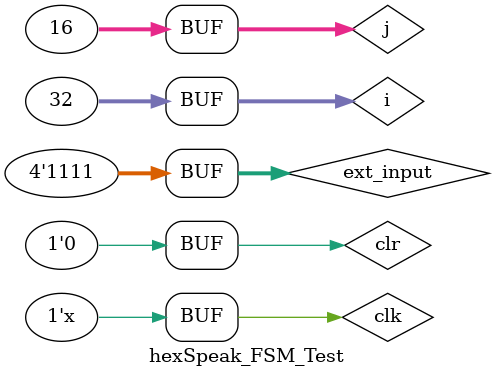
<source format=v>
`timescale 1ns / 1ps


module hexSpeak_FSM_Test;

	// Inputs
	reg clk;
	reg clr;
	reg [3:0] ext_input;

	// Outputs
	wire selectImm;
	wire [4:0] loadReg;
	wire [3:0] readRegA;
	wire [3:0] readRegB;
	wire [7:0] Imm;
	wire [7:0] op;

	// Instantiate the Unit Under Test (UUT)
	hexSpeak_FSM uut (
		.clk(clk), 
		.clr(clr), 
		.ext_input(ext_input), 
		.selectImm(selectImm), 
		.loadReg(loadReg), 
		.readRegA(readRegA), 
		.readRegB(readRegB), 
		.Imm(Imm), 
		.op(op)
	);
	integer i, j;

	initial begin
		// Initialize Inputs
		clk = 0;
		clr = 1;
		ext_input = 0;

		// Wait 2 ns for global reset to finish
		#2;
		clr = 0;
		
		// Outer Loop starts the timer
		for(i =0; i < 2**5; i = i+1) begin
			#50;
			// inner loop verifies the output once the FSM is in State16
			for (j=0; j < 16; j = j + 1) begin
				ext_input = j;
				#2;
			end
			#1 clr = 1;
			#2 clr = 0;
		end
        
		// Add stimulus here

	end
	
	always
		#1 clk = ~clk;
      
endmodule


</source>
